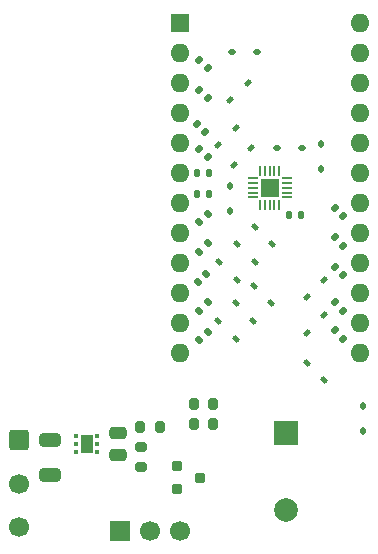
<source format=gbr>
%TF.GenerationSoftware,KiCad,Pcbnew,9.0.2*%
%TF.CreationDate,2025-08-14T17:11:00+06:00*%
%TF.ProjectId,hp3478a-ch32-ext,68703334-3738-4612-9d63-6833322d6578,rev?*%
%TF.SameCoordinates,Original*%
%TF.FileFunction,Soldermask,Top*%
%TF.FilePolarity,Negative*%
%FSLAX46Y46*%
G04 Gerber Fmt 4.6, Leading zero omitted, Abs format (unit mm)*
G04 Created by KiCad (PCBNEW 9.0.2) date 2025-08-14 17:11:00*
%MOMM*%
%LPD*%
G01*
G04 APERTURE LIST*
G04 Aperture macros list*
%AMRoundRect*
0 Rectangle with rounded corners*
0 $1 Rounding radius*
0 $2 $3 $4 $5 $6 $7 $8 $9 X,Y pos of 4 corners*
0 Add a 4 corners polygon primitive as box body*
4,1,4,$2,$3,$4,$5,$6,$7,$8,$9,$2,$3,0*
0 Add four circle primitives for the rounded corners*
1,1,$1+$1,$2,$3*
1,1,$1+$1,$4,$5*
1,1,$1+$1,$6,$7*
1,1,$1+$1,$8,$9*
0 Add four rect primitives between the rounded corners*
20,1,$1+$1,$2,$3,$4,$5,0*
20,1,$1+$1,$4,$5,$6,$7,0*
20,1,$1+$1,$6,$7,$8,$9,0*
20,1,$1+$1,$8,$9,$2,$3,0*%
G04 Aperture macros list end*
%ADD10R,1.650000X1.650000*%
%ADD11RoundRect,0.050000X0.375000X-0.050000X0.375000X0.050000X-0.375000X0.050000X-0.375000X-0.050000X0*%
%ADD12RoundRect,0.050000X0.050000X-0.375000X0.050000X0.375000X-0.050000X0.375000X-0.050000X-0.375000X0*%
%ADD13R,1.000000X1.600000*%
%ADD14RoundRect,0.093750X0.093750X0.106250X-0.093750X0.106250X-0.093750X-0.106250X0.093750X-0.106250X0*%
%ADD15RoundRect,0.135000X-0.226274X-0.035355X-0.035355X-0.226274X0.226274X0.035355X0.035355X0.226274X0*%
%ADD16RoundRect,0.250000X-0.600000X0.600000X-0.600000X-0.600000X0.600000X-0.600000X0.600000X0.600000X0*%
%ADD17C,1.700000*%
%ADD18RoundRect,0.250000X-0.650000X0.325000X-0.650000X-0.325000X0.650000X-0.325000X0.650000X0.325000X0*%
%ADD19RoundRect,0.135000X-0.035355X0.226274X-0.226274X0.035355X0.035355X-0.226274X0.226274X-0.035355X0*%
%ADD20RoundRect,0.135000X0.226274X0.035355X0.035355X0.226274X-0.226274X-0.035355X-0.035355X-0.226274X0*%
%ADD21RoundRect,0.112500X0.053033X0.212132X-0.212132X-0.053033X-0.053033X-0.212132X0.212132X0.053033X0*%
%ADD22RoundRect,0.112500X-0.187500X-0.112500X0.187500X-0.112500X0.187500X0.112500X-0.187500X0.112500X0*%
%ADD23RoundRect,0.112500X-0.212132X0.053033X0.053033X-0.212132X0.212132X-0.053033X-0.053033X0.212132X0*%
%ADD24RoundRect,0.200000X-0.250000X-0.200000X0.250000X-0.200000X0.250000X0.200000X-0.250000X0.200000X0*%
%ADD25RoundRect,0.200000X0.275000X-0.200000X0.275000X0.200000X-0.275000X0.200000X-0.275000X-0.200000X0*%
%ADD26RoundRect,0.112500X-0.053033X-0.212132X0.212132X0.053033X0.053033X0.212132X-0.212132X-0.053033X0*%
%ADD27R,1.700000X1.700000*%
%ADD28RoundRect,0.200000X0.200000X0.275000X-0.200000X0.275000X-0.200000X-0.275000X0.200000X-0.275000X0*%
%ADD29RoundRect,0.112500X-0.112500X0.187500X-0.112500X-0.187500X0.112500X-0.187500X0.112500X0.187500X0*%
%ADD30RoundRect,0.135000X0.135000X0.185000X-0.135000X0.185000X-0.135000X-0.185000X0.135000X-0.185000X0*%
%ADD31RoundRect,0.140000X-0.140000X-0.170000X0.140000X-0.170000X0.140000X0.170000X-0.140000X0.170000X0*%
%ADD32R,1.600000X1.600000*%
%ADD33O,1.600000X1.600000*%
%ADD34R,2.000000X2.000000*%
%ADD35C,2.000000*%
%ADD36RoundRect,0.200000X-0.200000X-0.275000X0.200000X-0.275000X0.200000X0.275000X-0.200000X0.275000X0*%
%ADD37RoundRect,0.250000X0.475000X-0.250000X0.475000X0.250000X-0.475000X0.250000X-0.475000X-0.250000X0*%
%ADD38RoundRect,0.112500X0.112500X-0.187500X0.112500X0.187500X-0.112500X0.187500X-0.112500X-0.187500X0*%
G04 APERTURE END LIST*
D10*
%TO.C,U1*%
X58620000Y-56970000D03*
D11*
X57170000Y-57770000D03*
X57170000Y-57370000D03*
X57170000Y-56970000D03*
X57170000Y-56570000D03*
X57170000Y-56170000D03*
D12*
X57820000Y-55520000D03*
X58220000Y-55520000D03*
X58620000Y-55520000D03*
X59020000Y-55520000D03*
X59420000Y-55520000D03*
D11*
X60070000Y-56170000D03*
X60070000Y-56570000D03*
X60070000Y-56970000D03*
X60070000Y-57370000D03*
X60070000Y-57770000D03*
D12*
X59420000Y-58420000D03*
X59020000Y-58420000D03*
X58620000Y-58420000D03*
X58220000Y-58420000D03*
X57820000Y-58420000D03*
%TD*%
D13*
%TO.C,U2*%
X43112500Y-78650000D03*
D14*
X42225000Y-79300000D03*
X42225000Y-78650000D03*
X42225000Y-78000000D03*
X44000000Y-78000000D03*
X44000000Y-78650000D03*
X44000000Y-79300000D03*
%TD*%
D15*
%TO.C,R18*%
X64139376Y-63639376D03*
X64860624Y-64360624D03*
%TD*%
D16*
%TO.C,J2*%
X37400000Y-78300000D03*
D17*
X37400000Y-82000000D03*
X37400000Y-85700000D03*
%TD*%
D18*
%TO.C,C1*%
X40000000Y-78300000D03*
X40000000Y-81250000D03*
%TD*%
D19*
%TO.C,R6*%
X53360624Y-66639376D03*
X52639376Y-67360624D03*
%TD*%
D20*
%TO.C,R13*%
X53160624Y-52260624D03*
X52439376Y-51539376D03*
%TD*%
D21*
%TO.C,D14*%
X63242462Y-67757538D03*
X61757538Y-69242462D03*
%TD*%
D15*
%TO.C,R20*%
X64139376Y-58639376D03*
X64860624Y-59360624D03*
%TD*%
D22*
%TO.C,D17*%
X59250000Y-53600000D03*
X61350000Y-53600000D03*
%TD*%
D20*
%TO.C,R12*%
X53360624Y-54360624D03*
X52639376Y-53639376D03*
%TD*%
D23*
%TO.C,D4*%
X57257538Y-65257538D03*
X58742462Y-66742462D03*
%TD*%
D24*
%TO.C,Q1*%
X50750000Y-80550000D03*
X50750000Y-82450000D03*
X52750000Y-81500000D03*
%TD*%
D25*
%TO.C,R1*%
X47750000Y-80575000D03*
X47750000Y-78925000D03*
%TD*%
D23*
%TO.C,D7*%
X57357538Y-60257538D03*
X58842462Y-61742462D03*
%TD*%
D26*
%TO.C,D11*%
X55257538Y-49542462D03*
X56742462Y-48057538D03*
%TD*%
D23*
%TO.C,D2*%
X54257538Y-68257538D03*
X55742462Y-69742462D03*
%TD*%
D27*
%TO.C,J3*%
X45920000Y-86000000D03*
D17*
X48460000Y-86000000D03*
X51000000Y-86000000D03*
%TD*%
D28*
%TO.C,R3*%
X53825000Y-75250000D03*
X52175000Y-75250000D03*
%TD*%
D26*
%TO.C,D10*%
X54257538Y-53342462D03*
X55742462Y-51857538D03*
%TD*%
D22*
%TO.C,D12*%
X55450000Y-45500000D03*
X57550000Y-45500000D03*
%TD*%
D20*
%TO.C,R14*%
X53360624Y-49360624D03*
X52639376Y-48639376D03*
%TD*%
D23*
%TO.C,D6*%
X55857538Y-61757538D03*
X57342462Y-63242462D03*
%TD*%
D19*
%TO.C,R5*%
X53360624Y-69139376D03*
X52639376Y-69860624D03*
%TD*%
D26*
%TO.C,D9*%
X55557538Y-55042462D03*
X57042462Y-53557538D03*
%TD*%
D29*
%TO.C,D8*%
X55300000Y-56850000D03*
X55300000Y-58950000D03*
%TD*%
D23*
%TO.C,D3*%
X55757538Y-66757538D03*
X57242462Y-68242462D03*
%TD*%
D28*
%TO.C,R4*%
X53825000Y-77000000D03*
X52175000Y-77000000D03*
%TD*%
D19*
%TO.C,R8*%
X53360624Y-61639376D03*
X52639376Y-62360624D03*
%TD*%
D20*
%TO.C,R15*%
X53360624Y-46860624D03*
X52639376Y-46139376D03*
%TD*%
D19*
%TO.C,R9*%
X53360624Y-59139376D03*
X52639376Y-59860624D03*
%TD*%
D30*
%TO.C,R11*%
X53510000Y-55700000D03*
X52490000Y-55700000D03*
%TD*%
D23*
%TO.C,D13*%
X61757538Y-71757538D03*
X63242462Y-73242462D03*
%TD*%
D15*
%TO.C,R19*%
X64139376Y-61139376D03*
X64860624Y-61860624D03*
%TD*%
D31*
%TO.C,C3*%
X60270000Y-59250000D03*
X61230000Y-59250000D03*
%TD*%
D15*
%TO.C,R17*%
X64139376Y-66639376D03*
X64860624Y-67360624D03*
%TD*%
D30*
%TO.C,R10*%
X53510000Y-57500000D03*
X52490000Y-57500000D03*
%TD*%
D19*
%TO.C,R7*%
X53260624Y-64239376D03*
X52539376Y-64960624D03*
%TD*%
D29*
%TO.C,D1*%
X66500000Y-75450000D03*
X66500000Y-77550000D03*
%TD*%
D32*
%TO.C,J1*%
X51000000Y-43000000D03*
D33*
X51000000Y-45540000D03*
X51000000Y-48080000D03*
X51000000Y-50620000D03*
X51000000Y-53160000D03*
X51000000Y-55700000D03*
X51000000Y-58240000D03*
X51000000Y-60780000D03*
X51000000Y-63320000D03*
X51000000Y-65860000D03*
X51000000Y-68400000D03*
X51000000Y-70940000D03*
X66240000Y-70940000D03*
X66240000Y-68400000D03*
X66240000Y-65860000D03*
X66240000Y-63320000D03*
X66240000Y-60780000D03*
X66240000Y-58240000D03*
X66240000Y-55700000D03*
X66240000Y-53160000D03*
X66240000Y-50620000D03*
X66240000Y-48080000D03*
X66240000Y-45540000D03*
X66240000Y-43000000D03*
%TD*%
D34*
%TO.C,BZ1*%
X60000000Y-77750000D03*
D35*
X60000000Y-84250000D03*
%TD*%
D36*
%TO.C,R2*%
X47675000Y-77250000D03*
X49325000Y-77250000D03*
%TD*%
D37*
%TO.C,C2*%
X45750000Y-79600000D03*
X45750000Y-77700000D03*
%TD*%
D38*
%TO.C,D16*%
X63000000Y-55350000D03*
X63000000Y-53250000D03*
%TD*%
D15*
%TO.C,R16*%
X64139376Y-69039376D03*
X64860624Y-69760624D03*
%TD*%
D21*
%TO.C,D15*%
X63242462Y-64757538D03*
X61757538Y-66242462D03*
%TD*%
D23*
%TO.C,D5*%
X54357538Y-63257538D03*
X55842462Y-64742462D03*
%TD*%
M02*

</source>
